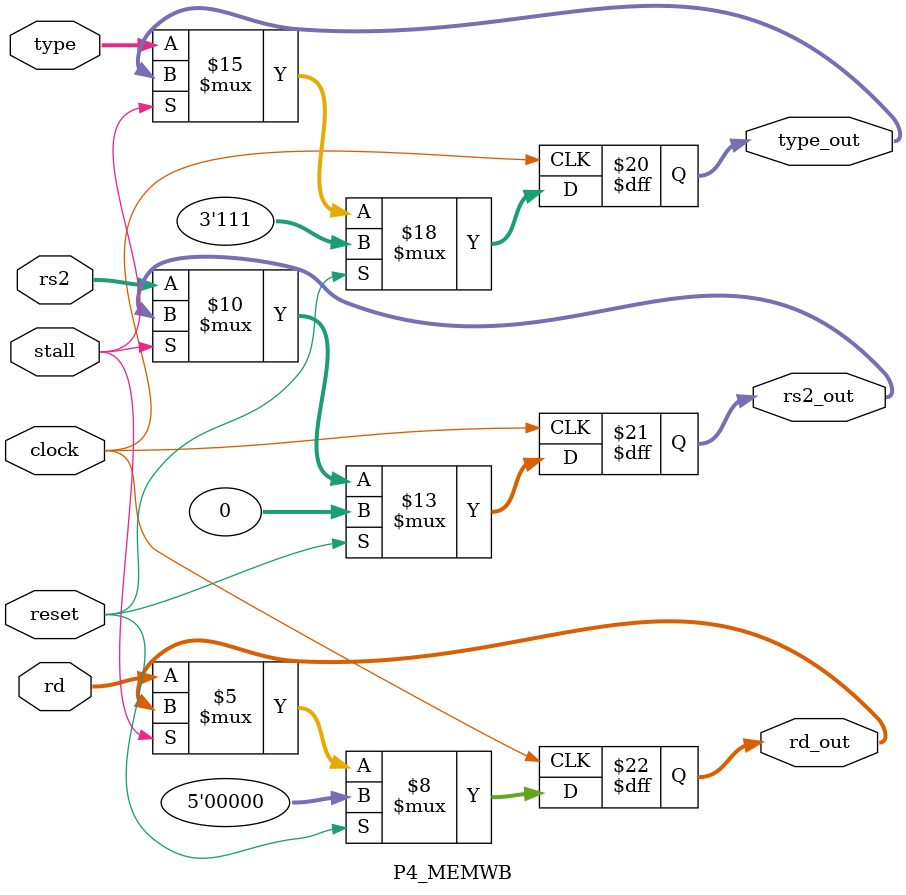
<source format=v>
module P4_MEMWB(
	input wire clock,
	input wire reset,
	input wire [2:0] type,
	input wire [31:0] rs2,
	input wire [4:0] rd,
	input wire stall,
	output reg [2:0] type_out,
	output reg [31:0] rs2_out,
	output reg [4:0] rd_out

);

	initial begin
		type_out <= 7;
	end

	always @(posedge clock) begin
		if (reset == 1'b1) begin//clear the registers
			rs2_out <= 0;
			rd_out <= 0;
			type_out <= 7;//set to an invalid type so it doesn't initiate a WB
		end else begin
			if (stall == 0) begin//only move if not stalled
				rs2_out <= rs2;
				rd_out <= rd;
				type_out <= type;
			end
		end
	end

endmodule
</source>
